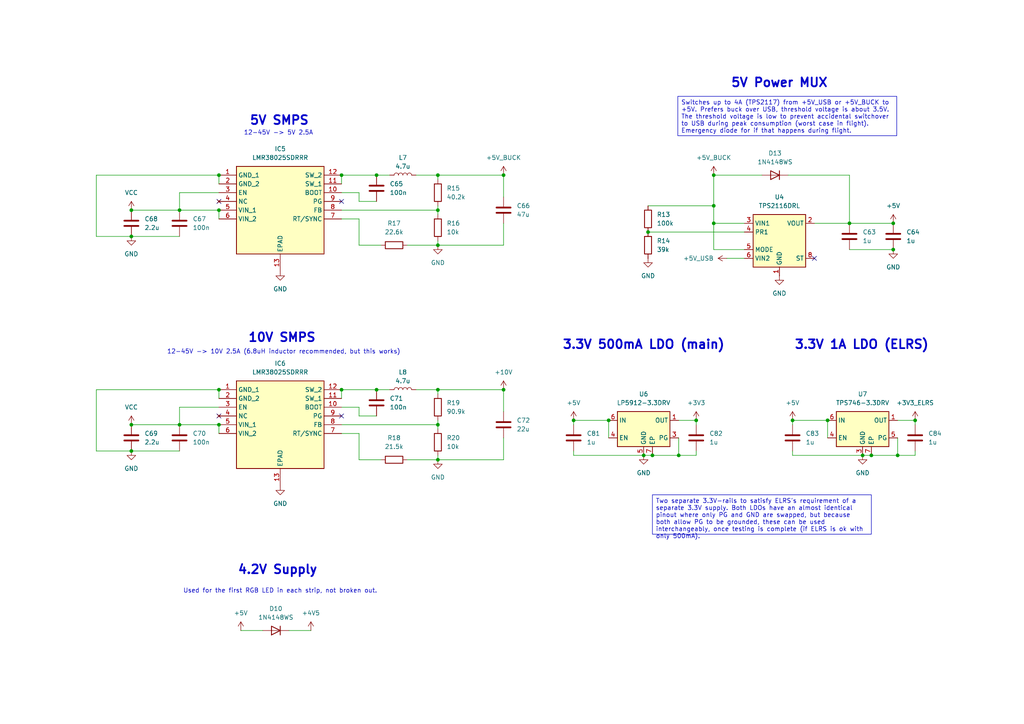
<source format=kicad_sch>
(kicad_sch (version 20231120) (generator "eeschema") (generator_version "8.0")
  (paper "A4")
  (title_block (title "Kolibri FC - DCDC + LDO"))
  (lib_symbols
    (symbol "Device:C" (pin_numbers hide) (pin_names (offset 0.254))
      (property "Reference" "C" (at 0.635 2.54 0))
      (property "Value" "C" (at 0.635 -2.54 0))
      (symbol "C_0_1"
        (polyline (pts (xy -2.032 -0.762) (xy 2.032 -0.762)) (stroke (width 0.508)))
        (polyline (pts (xy -2.032 0.762) (xy 2.032 0.762)) (stroke (width 0.508)))
      )
      (symbol "C_1_1"
        (pin passive line (at 0 3.81 270) (length 2.794) (name "~") (number "1"))
        (pin passive line (at 0 -3.81 90) (length 2.794) (name "~") (number "2"))
      )
    )
    (symbol "Device:L" (pin_numbers hide) (pin_names (offset 1.016) hide)
      (property "Reference" "L" (at -1.27 0 90))
      (property "Value" "L" (at 1.905 0 90))
      (symbol "L_0_1"
        (arc (start 0 -2.54) (mid 0.6323 -1.905) (end 0 -1.27))
        (arc (start 0 -1.27) (mid 0.6323 -0.635) (end 0 0))
        (arc (start 0 0) (mid 0.6323 0.635) (end 0 1.27))
        (arc (start 0 1.27) (mid 0.6323 1.905) (end 0 2.54))
      )
      (symbol "L_1_1"
        (pin passive line (at 0 3.81 270) (length 1.27) (name "1") (number "1"))
        (pin passive line (at 0 -3.81 90) (length 1.27) (name "2") (number "2"))
      )
    )
    (symbol "Device:R" (pin_numbers hide) (pin_names (offset 0))
      (property "Reference" "R" (at 2.032 0 90))
      (property "Value" "R" (at 0 0 90))
      (symbol "R_0_1"
        (rectangle (start -1.016 -2.54) (end 1.016 2.54) (stroke (width 0.254)))
      )
      (symbol "R_1_1"
        (pin passive line (at 0 3.81 270) (length 1.27) (name "~") (number "1"))
        (pin passive line (at 0 -3.81 90) (length 1.27) (name "~") (number "2"))
      )
    )
    (symbol "Diode:1N4148WS" (pin_numbers hide) (pin_names hide)
      (property "Reference" "D" (at 0 2.54 0))
      (property "Value" "1N4148WS" (at 0 -2.54 0))
      (symbol "1N4148WS_0_1"
        (polyline (pts (xy -1.27 1.27) (xy -1.27 -1.27)) (stroke (width 0.254)))
        (polyline (pts (xy 1.27 0) (xy -1.27 0)))
        (polyline (pts (xy 1.27 1.27) (xy 1.27 -1.27) (xy -1.27 0) (xy 1.27 1.27)) (stroke (width 0.254)))
      )
      (symbol "1N4148WS_1_1"
        (pin passive line (at -3.81 0 0) (length 2.54) (name "K") (number "1"))
        (pin passive line (at 3.81 0 180) (length 2.54) (name "A") (number "2"))
      )
    )
    (symbol "LP5912-3.3DRV_1"
      (property "Reference" "U7" (at 0 10.16 0))
      (property "Value" "TPS746-3.3DRV" (at 0 7.62 0))
      (symbol "LP5912-3.3DRV_1_0_1"
        (rectangle (start -7.62 -5.08) (end 7.62 5.08) (stroke (width 0.254)) (fill (type background)))
        (pin power_out line (at 10.16 2.54 180) (length 2.54) (name "OUT") (number "1"))
        (pin no_connect line (at 7.62 0 180) (length 2.54) hide (name "NC") (number "2"))
        (pin input line (at -10.16 -2.54 0) (length 2.54) (name "EN") (number "4"))
        (pin power_in line (at -10.16 2.54 0) (length 2.54) (name "IN") (number "6"))
      )
      (symbol "LP5912-3.3DRV_1_1_1"
        (pin power_in line (at 0 -7.62 90) (length 2.54) (name "GND") (number "3"))
        (pin open_collector line (at 10.16 -2.54 180) (length 2.54) (name "PG") (number "5"))
        (pin passive line (at 2.54 -7.62 90) (length 2.54) (name "EP") (number "7"))
      )
    )
    (symbol "Power_Management:TPS2116DRL"
      (property "Reference" "U" (at -7.874 9.144 0))
      (property "Value" "TPS2116DRL" (at 0.508 -8.89 0))
      (symbol "TPS2116DRL_0_1"
        (rectangle (start -7.62 7.62) (end 7.62 -7.62) (stroke (width 0.254)) (fill (type background)))
      )
      (symbol "TPS2116DRL_1_0"
        (pin power_out line (at 10.16 5.08 180) (length 2.54) hide (name "VOUT") (number "7"))
      )
      (symbol "TPS2116DRL_1_1"
        (pin power_in line (at 0 -10.16 90) (length 2.54) (name "GND") (number "1"))
        (pin power_out line (at 10.16 5.08 180) (length 2.54) (name "VOUT") (number "2"))
        (pin power_in line (at -10.16 5.08 0) (length 2.54) (name "VIN1") (number "3"))
        (pin input line (at -10.16 2.54 0) (length 2.54) (name "PR1") (number "4"))
        (pin input line (at -10.16 -2.54 0) (length 2.54) (name "MODE") (number "5"))
        (pin power_in line (at -10.16 -5.08 0) (length 2.54) (name "VIN2") (number "6"))
        (pin open_collector line (at 10.16 -5.08 180) (length 2.54) (name "ST") (number "8"))
      )
    )
    (symbol "Regulator_Linear:LP5912-3.3DRV"
      (property "Reference" "U" (at -3.81 6.35 0))
      (property "Value" "LP5912-3.3DRV" (at 6.35 6.35 0))
      (symbol "LP5912-3.3DRV_0_1"
        (rectangle (start -7.62 -5.08) (end 7.62 5.08) (stroke (width 0.254)) (fill (type background)))
        (pin power_out line (at 10.16 2.54 180) (length 2.54) (name "OUT") (number "1"))
        (pin no_connect line (at 7.62 0 180) (length 2.54) hide (name "NC") (number "2"))
        (pin input line (at -10.16 -2.54 0) (length 2.54) (name "EN") (number "4"))
        (pin power_in line (at 0 -7.62 90) (length 2.54) (name "GND") (number "5"))
        (pin power_in line (at -10.16 2.54 0) (length 2.54) (name "IN") (number "6"))
      )
      (symbol "LP5912-3.3DRV_1_1"
        (pin open_collector line (at 10.16 -2.54 180) (length 2.54) (name "PG") (number "3"))
        (pin passive line (at 2.54 -7.62 90) (length 2.54) (name "EP") (number "7"))
      )
    )
    (symbol "SamacSys_Parts:LMR38025SDRRR"
      (property "Reference" "IC" (at 31.75 7.62 0))
      (property "Value" "LMR38025SDRRR" (at 31.75 5.08 0))
      (symbol "LMR38025SDRRR_1_1"
        (rectangle (start 5.08 2.54) (end 30.48 -22.86) (stroke (width 0.254)) (fill (type background)))
        (pin passive line (at 0 0 0) (length 5.08) (name "GND_1") (number "1"))
        (pin passive line (at 35.56 -5.08 180) (length 5.08) (name "BOOT") (number "10"))
        (pin passive line (at 35.56 -2.54 180) (length 5.08) (name "SW_1") (number "11"))
        (pin passive line (at 35.56 0 180) (length 5.08) (name "SW_2") (number "12"))
        (pin passive line (at 17.78 -27.94 90) (length 5.08) (name "EPAD") (number "13"))
        (pin passive line (at 0 -2.54 0) (length 5.08) (name "GND_2") (number "2"))
        (pin passive line (at 0 -5.08 0) (length 5.08) (name "EN") (number "3"))
        (pin no_connect line (at 0 -7.62 0) (length 5.08) (name "NC") (number "4"))
        (pin passive line (at 0 -10.16 0) (length 5.08) (name "VIN_1") (number "5"))
        (pin passive line (at 0 -12.7 0) (length 5.08) (name "VIN_2") (number "6"))
        (pin passive line (at 35.56 -12.7 180) (length 5.08) (name "RT/SYNC") (number "7"))
        (pin passive line (at 35.56 -10.16 180) (length 5.08) (name "FB") (number "8"))
        (pin passive line (at 35.56 -7.62 180) (length 5.08) (name "PG") (number "9"))
      )
    )
    (symbol "power:+10V" (power) (pin_numbers hide) (pin_names (offset 0) hide)
      (property "Value" "+10V" (at 0 3.556 0))
      (symbol "+10V_0_1"
        (polyline (pts (xy -0.762 1.27) (xy 0 2.54)))
        (polyline (pts (xy 0 0) (xy 0 2.54)))
        (polyline (pts (xy 0 2.54) (xy 0.762 1.27)))
      )
      (symbol "+10V_1_1"
        (pin power_in line (at 0 0 90) (length 0) (name "~") (number "1"))
      )
    )
    (symbol "power:+3V3" (power) (pin_numbers hide) (pin_names (offset 0) hide)
      (property "Value" "+3V3" (at 0 3.556 0))
      (symbol "+3V3_0_1"
        (polyline (pts (xy -0.762 1.27) (xy 0 2.54)))
        (polyline (pts (xy 0 0) (xy 0 2.54)))
        (polyline (pts (xy 0 2.54) (xy 0.762 1.27)))
      )
      (symbol "+3V3_1_1"
        (pin power_in line (at 0 0 90) (length 0) (name "~") (number "1"))
      )
    )
    (symbol "power:+4V" (power) (pin_numbers hide) (pin_names (offset 0) hide)
      (property "Value" "+4V" (at 0 3.556 0))
      (symbol "+4V_0_1"
        (polyline (pts (xy -0.762 1.27) (xy 0 2.54)))
        (polyline (pts (xy 0 0) (xy 0 2.54)))
        (polyline (pts (xy 0 2.54) (xy 0.762 1.27)))
      )
      (symbol "+4V_1_1"
        (pin power_in line (at 0 0 90) (length 0) (name "~") (number "1"))
      )
    )
    (symbol "power:+5V" (power) (pin_numbers hide) (pin_names (offset 0) hide)
      (property "Value" "+5V" (at 0 3.556 0))
      (symbol "+5V_0_1"
        (polyline (pts (xy -0.762 1.27) (xy 0 2.54)))
        (polyline (pts (xy 0 0) (xy 0 2.54)))
        (polyline (pts (xy 0 2.54) (xy 0.762 1.27)))
      )
      (symbol "+5V_1_1"
        (pin power_in line (at 0 0 90) (length 0) (name "~") (number "1"))
      )
    )
    (symbol "power:GND" (power) (pin_numbers hide) (pin_names (offset 0) hide)
      (property "Value" "GND" (at 0 -3.81 0))
      (symbol "GND_0_1"
        (polyline (pts (xy 0 0) (xy 0 -1.27) (xy 1.27 -1.27) (xy 0 -2.54) (xy -1.27 -1.27) (xy 0 -1.27)))
      )
      (symbol "GND_1_1"
        (pin power_in line (at 0 0 270) (length 0) (name "~") (number "1"))
      )
    )
    (symbol "power:VCC" (power) (pin_numbers hide) (pin_names (offset 0) hide)
      (property "Value" "VCC" (at 0 3.556 0))
      (symbol "VCC_0_1"
        (polyline (pts (xy -0.762 1.27) (xy 0 2.54)))
        (polyline (pts (xy 0 0) (xy 0 2.54)))
        (polyline (pts (xy 0 2.54) (xy 0.762 1.27)))
      )
      (symbol "VCC_1_1"
        (pin power_in line (at 0 0 90) (length 0) (name "~") (number "1"))
      )
    )
  )
  (junction (at 146.05 113.03))
  (junction (at 127 60.96))
  (junction (at 250.19 132.08))
  (junction (at 63.5 123.19))
  (junction (at 127 123.19))
  (junction (at 207.01 50.8))
  (junction (at 201.93 121.92))
  (junction (at 63.5 50.8))
  (junction (at 187.96 67.31))
  (junction (at 109.22 50.8))
  (junction (at 246.38 64.77))
  (junction (at 146.05 50.8))
  (junction (at 52.07 123.19))
  (junction (at 38.1 68.58))
  (junction (at 207.01 64.77))
  (junction (at 52.07 60.96))
  (junction (at 109.22 113.03))
  (junction (at 38.1 60.96))
  (junction (at 176.53 121.92))
  (junction (at 259.08 72.39))
  (junction (at 186.69 132.08))
  (junction (at 260.35 132.08))
  (junction (at 127 71.12))
  (junction (at 252.73 132.08))
  (junction (at 229.87 121.92))
  (junction (at 265.43 121.92))
  (junction (at 127 113.03))
  (junction (at 127 50.8))
  (junction (at 99.06 113.03))
  (junction (at 63.5 60.96))
  (junction (at 207.01 59.69))
  (junction (at 166.37 121.92))
  (junction (at 127 133.35))
  (junction (at 259.08 64.77))
  (junction (at 196.85 132.08))
  (junction (at 240.03 121.92))
  (junction (at 38.1 123.19))
  (junction (at 63.5 113.03))
  (junction (at 38.1 130.81))
  (junction (at 99.06 50.8))
  (junction (at 189.23 132.08))
  (no_connect (at 63.5 120.65))
  (no_connect (at 99.06 58.42))
  (no_connect (at 236.22 74.93))
  (no_connect (at 99.06 120.65))
  (no_connect (at 63.5 58.42))
  (wire (pts (xy 201.93 132.08) (xy 196.85 132.08)))
  (wire (pts (xy 99.06 50.8) (xy 99.06 53.34)))
  (wire (pts (xy 27.94 68.58) (xy 38.1 68.58)))
  (wire (pts (xy 99.06 123.19) (xy 127 123.19)))
  (wire (pts (xy 228.6 50.8) (xy 246.38 50.8)))
  (wire (pts (xy 176.53 121.92) (xy 176.53 127)))
  (wire (pts (xy 127 60.96) (xy 127 59.69)))
  (wire (pts (xy 196.85 121.92) (xy 201.93 121.92)))
  (wire (pts (xy 83.82 182.88) (xy 90.17 182.88)))
  (wire (pts (xy 260.35 132.08) (xy 252.73 132.08)))
  (wire (pts (xy 240.03 121.92) (xy 240.03 127)))
  (wire (pts (xy 127 123.19) (xy 127 121.92)))
  (wire (pts (xy 118.11 133.35) (xy 127 133.35)))
  (wire (pts (xy 265.43 132.08) (xy 260.35 132.08)))
  (wire (pts (xy 265.43 130.81) (xy 265.43 132.08)))
  (wire (pts (xy 63.5 113.03) (xy 63.5 115.57)))
  (wire (pts (xy 104.14 120.65) (xy 104.14 118.11)))
  (wire (pts (xy 127 62.23) (xy 127 60.96)))
  (wire (pts (xy 146.05 50.8) (xy 127 50.8)))
  (wire (pts (xy 146.05 127) (xy 146.05 133.35)))
  (wire (pts (xy 104.14 71.12) (xy 110.49 71.12)))
  (wire (pts (xy 207.01 59.69) (xy 207.01 64.77)))
  (wire (pts (xy 104.14 58.42) (xy 104.14 55.88)))
  (wire (pts (xy 38.1 68.58) (xy 52.07 68.58)))
  (wire (pts (xy 146.05 133.35) (xy 127 133.35)))
  (wire (pts (xy 127 71.12) (xy 127 69.85)))
  (wire (pts (xy 127 124.46) (xy 127 123.19)))
  (wire (pts (xy 104.14 63.5) (xy 104.14 71.12)))
  (wire (pts (xy 215.9 72.39) (xy 207.01 72.39)))
  (wire (pts (xy 27.94 50.8) (xy 27.94 68.58)))
  (wire (pts (xy 187.96 59.69) (xy 207.01 59.69)))
  (wire (pts (xy 229.87 132.08) (xy 250.19 132.08)))
  (wire (pts (xy 38.1 60.96) (xy 52.07 60.96)))
  (wire (pts (xy 27.94 113.03) (xy 27.94 130.81)))
  (wire (pts (xy 99.06 125.73) (xy 104.14 125.73)))
  (wire (pts (xy 166.37 130.81) (xy 166.37 132.08)))
  (wire (pts (xy 146.05 71.12) (xy 127 71.12)))
  (wire (pts (xy 146.05 64.77) (xy 146.05 71.12)))
  (wire (pts (xy 109.22 50.8) (xy 113.03 50.8)))
  (wire (pts (xy 99.06 60.96) (xy 127 60.96)))
  (wire (pts (xy 69.85 182.88) (xy 76.2 182.88)))
  (wire (pts (xy 246.38 64.77) (xy 259.08 64.77)))
  (wire (pts (xy 99.06 113.03) (xy 109.22 113.03)))
  (wire (pts (xy 104.14 125.73) (xy 104.14 133.35)))
  (wire (pts (xy 63.5 50.8) (xy 27.94 50.8)))
  (wire (pts (xy 38.1 123.19) (xy 52.07 123.19)))
  (wire (pts (xy 38.1 130.81) (xy 52.07 130.81)))
  (wire (pts (xy 104.14 58.42) (xy 109.22 58.42)))
  (wire (pts (xy 146.05 113.03) (xy 127 113.03)))
  (wire (pts (xy 236.22 64.77) (xy 246.38 64.77)))
  (wire (pts (xy 201.93 123.19) (xy 201.93 121.92)))
  (wire (pts (xy 104.14 120.65) (xy 109.22 120.65)))
  (wire (pts (xy 186.69 132.08) (xy 189.23 132.08)))
  (wire (pts (xy 104.14 55.88) (xy 99.06 55.88)))
  (wire (pts (xy 63.5 63.5) (xy 63.5 60.96)))
  (wire (pts (xy 246.38 72.39) (xy 259.08 72.39)))
  (wire (pts (xy 63.5 55.88) (xy 52.07 55.88)))
  (wire (pts (xy 207.01 50.8) (xy 220.98 50.8)))
  (wire (pts (xy 127 113.03) (xy 127 114.3)))
  (wire (pts (xy 196.85 132.08) (xy 189.23 132.08)))
  (wire (pts (xy 99.06 50.8) (xy 109.22 50.8)))
  (wire (pts (xy 63.5 113.03) (xy 27.94 113.03)))
  (wire (pts (xy 27.94 130.81) (xy 38.1 130.81)))
  (wire (pts (xy 118.11 71.12) (xy 127 71.12)))
  (wire (pts (xy 166.37 132.08) (xy 186.69 132.08)))
  (wire (pts (xy 207.01 64.77) (xy 207.01 72.39)))
  (wire (pts (xy 207.01 64.77) (xy 215.9 64.77)))
  (wire (pts (xy 52.07 118.11) (xy 52.07 123.19)))
  (wire (pts (xy 265.43 123.19) (xy 265.43 121.92)))
  (wire (pts (xy 229.87 121.92) (xy 240.03 121.92)))
  (wire (pts (xy 146.05 57.15) (xy 146.05 50.8)))
  (wire (pts (xy 260.35 121.92) (xy 265.43 121.92)))
  (wire (pts (xy 229.87 123.19) (xy 229.87 121.92)))
  (wire (pts (xy 52.07 123.19) (xy 63.5 123.19)))
  (wire (pts (xy 52.07 55.88) (xy 52.07 60.96)))
  (wire (pts (xy 260.35 127) (xy 260.35 132.08)))
  (wire (pts (xy 250.19 132.08) (xy 252.73 132.08)))
  (wire (pts (xy 127 50.8) (xy 127 52.07)))
  (wire (pts (xy 63.5 125.73) (xy 63.5 123.19)))
  (wire (pts (xy 196.85 127) (xy 196.85 132.08)))
  (wire (pts (xy 63.5 50.8) (xy 63.5 53.34)))
  (wire (pts (xy 99.06 113.03) (xy 99.06 115.57)))
  (wire (pts (xy 246.38 50.8) (xy 246.38 64.77)))
  (wire (pts (xy 104.14 118.11) (xy 99.06 118.11)))
  (wire (pts (xy 207.01 50.8) (xy 207.01 59.69)))
  (wire (pts (xy 99.06 63.5) (xy 104.14 63.5)))
  (wire (pts (xy 63.5 118.11) (xy 52.07 118.11)))
  (wire (pts (xy 109.22 113.03) (xy 113.03 113.03)))
  (wire (pts (xy 127 50.8) (xy 120.65 50.8)))
  (wire (pts (xy 52.07 60.96) (xy 63.5 60.96)))
  (wire (pts (xy 187.96 67.31) (xy 215.9 67.31)))
  (wire (pts (xy 166.37 121.92) (xy 176.53 121.92)))
  (wire (pts (xy 127 113.03) (xy 120.65 113.03)))
  (wire (pts (xy 146.05 119.38) (xy 146.05 113.03)))
  (wire (pts (xy 210.82 74.93) (xy 215.9 74.93)))
  (wire (pts (xy 201.93 130.81) (xy 201.93 132.08)))
  (wire (pts (xy 127 133.35) (xy 127 132.08)))
  (wire (pts (xy 104.14 133.35) (xy 110.49 133.35)))
  (wire (pts (xy 229.87 130.81) (xy 229.87 132.08)))
  (wire (pts (xy 166.37 123.19) (xy 166.37 121.92)))
  (text_box "Two separate 3.3V-rails to satisfy ELRS's requirement of a separate 3.3V supply. Both LDOs have an almost identical pinout where only PG and GND are swapped, but because both allow PG to be grounded, these can be used interchangeably, once testing is complete (if ELRS is ok with only 500mA)." (at 189.23 143.51 0) (size 63.5 11.43) (effects (font (size 1.27 1.27)) (justify left top)))
  (text_box "Switches up to 4A (TPS2117) from +5V_USB or +5V_BUCK to +5V. Prefers buck over USB, threshold voltage is about 3.5V. The threshold voltage is low to prevent accidental switchover to USB during peak consumption (worst case in flight). Emergency diode for if that happens during flight." (at 196.596 27.94 0) (size 63.5 11.43) (effects (font (size 1.27 1.27)) (justify left top)))
  (text "12-45V -> 10V 2.5A (6.8uH inductor recommended, but this works)" (at 82.296 102.108 0) (effects (font (size 1.27 1.27))))
  (text "3.3V 1A LDO (ELRS)" (at 249.936 100.076 0) (effects (font (size 2.54 2.54) (thickness 0.508) (bold yes))))
  (text "Used for the first RGB LED in each strip, not broken out." (at 81.28 171.45 0) (effects (font (size 1.27 1.27))))
  (text "12-45V -> 5V 2.5A" (at 80.772 38.608 0) (effects (font (size 1.27 1.27))))
  (text "3.3V 500mA LDO (main)" (at 186.69 100.076 0) (effects (font (size 2.54 2.54) (thickness 0.508) (bold yes))))
  (text "4.2V Supply" (at 80.518 165.354 0) (effects (font (size 2.54 2.54) (thickness 0.508) (bold yes))))
  (text "5V SMPS" (at 81.026 35.052 0) (effects (font (size 2.54 2.54) (thickness 0.508) (bold yes))))
  (text "5V Power MUX" (at 226.06 24.13 0) (effects (font (size 2.54 2.54) (thickness 0.508) (bold yes))))
  (text "10V SMPS" (at 81.788 98.044 0) (effects (font (size 2.54 2.54) (thickness 0.508) (bold yes))))
  (symbol (lib_id "Device:C") (at 146.05 123.19 0) (unit 1)
    (property "Reference" "C72" (at 149.86 121.9199 0) (effects (justify left)))
    (property "Value" "22u" (at 149.86 124.4599 0) (effects (justify left)))
    (property "Footprint" "Capacitor_SMD:C_0805_2012Metric" (effects (hide yes)))
    (property "Description" "Unpolarized capacitor" (effects (hide yes)))
  )
  (symbol (lib_id "Device:R") (at 187.96 63.5 0) (unit 1)
    (property "Reference" "R13" (at 190.5 62.2299 0) (effects (justify left)))
    (property "Value" "100k" (at 190.5 64.7699 0) (effects (justify left)))
    (property "Footprint" "Resistor_SMD:R_0402_1005Metric" (effects (hide yes)))
    (property "Description" "Resistor" (effects (hide yes)))
  )
  (symbol (lib_id "SamacSys_Parts:LMR38025SDRRR") (at 63.5 113.03 0) (unit 1)
    (property "Reference" "IC6" (at 81.28 105.41 0))
    (property "Value" "LMR38025SDRRR" (at 81.28 107.95 0))
    (property "Footprint" "SamacSys_Parts:SON50P300X300X80-13N" (effects (hide yes)))
    (property "Datasheet" "https://www.ti.com/lit/ds/symlink/lmr38025.pdf?ts=1711363220060&ref_url=https%253A%252F%252Fwww.ti.com%252Fproduct%252FLMR38025" (effects (hide yes)))
    (property "Description" "Functional Safety-Capable  Documentation available to aid functional safety system design  Configured for rugged industrial applications  4.2V to 80V input voltage range  2.5A continuous output current  Ultra-low 40A operating quiescent current  200kHz to 2.2MHz adjustable switching frequency  Frequency synchronization to external clock  97% maximum duty cycle  Supports start-up events with prebiased output  +/-1.5% reference voltage tolerance over temperature  Precision enable" (effects (hide yes)))
    (property "Height" "0.8" (effects (hide yes)))
    (property "Mouser Part Number" "595-LMR38025SDRRR" (effects (hide yes)))
    (property "Mouser Price/Stock" "https://www.mouser.co.uk/ProductDetail/Texas-Instruments/LMR38025SDRRR?qs=dbcCsuKDzFX4%252BlLpuICnYw%3D%3D" (effects (hide yes)))
    (property "Manufacturer_Name" "Texas Instruments" (effects (hide yes)))
    (property "Manufacturer_Part_Number" "LMR38025SDRRR" (effects (hide yes)))
  )
  (symbol (lib_id "Diode:1N4148WS") (at 80.01 182.88 180) (unit 1)
    (property "Reference" "D10" (at 80.01 176.53 0))
    (property "Value" "1N4148WS" (at 80.01 179.07 0))
    (property "Footprint" "Diode_SMD:D_SOD-323" (effects (hide yes)))
    (property "Datasheet" "https://www.vishay.com/docs/85751/1n4148ws.pdf" (effects (hide yes)))
    (property "Description" "75V 0.15A Fast switching Diode, SOD-323" (effects (hide yes)))
    (property "Sim.Device" "D" (effects (hide yes)))
    (property "Sim.Pins" "1=K 2=A" (effects (hide yes)))
  )
  (symbol (lib_id "Device:C") (at 38.1 127 0) (unit 1)
    (property "Reference" "C69" (at 41.91 125.7299 0) (effects (justify left)))
    (property "Value" "2.2u" (at 41.91 128.2699 0) (effects (justify left)))
    (property "Footprint" "Capacitor_SMD:C_1206_3216Metric" (effects (hide yes)))
    (property "Description" "Unpolarized capacitor" (effects (hide yes)))
  )
  (symbol (lib_id "Device:R") (at 114.3 71.12 90) (unit 1)
    (property "Reference" "R17" (at 114.3 64.77 90))
    (property "Value" "22.6k" (at 114.3 67.31 90))
    (property "Footprint" "Resistor_SMD:R_0402_1005Metric" (effects (hide yes)))
    (property "Description" "Resistor" (effects (hide yes)))
  )
  (symbol (lib_id "Device:R") (at 114.3 133.35 90) (unit 1)
    (property "Reference" "R18" (at 114.3 127 90))
    (property "Value" "21.5k" (at 114.3 129.54 90))
    (property "Footprint" "Resistor_SMD:R_0402_1005Metric" (effects (hide yes)))
    (property "Description" "Resistor" (effects (hide yes)))
  )
  (symbol (lib_id "power:GND") (at 81.28 140.97 0) (unit 1)
    (property "Reference" "#PWR0110" (effects (hide yes)))
    (property "Value" "GND" (at 81.28 146.05 0))
    (property "Description" "Power symbol creates a global label with name \"GND\" , ground" (effects (hide yes)))
  )
  (symbol (lib_id "Device:R") (at 127 118.11 0) (unit 1)
    (property "Reference" "R19" (at 129.54 116.8399 0) (effects (justify left)))
    (property "Value" "90.9k" (at 129.54 119.3799 0) (effects (justify left)))
    (property "Footprint" "Resistor_SMD:R_0402_1005Metric_Pad0.72x0.64mm_HandSolder" (effects (hide yes)))
    (property "Description" "Resistor" (effects (hide yes)))
  )
  (symbol (lib_id "Device:C") (at 146.05 60.96 0) (unit 1)
    (property "Reference" "C66" (at 149.86 59.6899 0) (effects (justify left)))
    (property "Value" "47u" (at 149.86 62.2299 0) (effects (justify left)))
    (property "Footprint" "Capacitor_SMD:C_1206_3216Metric" (effects (hide yes)))
    (property "Description" "Unpolarized capacitor" (effects (hide yes)))
  )
  (symbol (lib_name "LP5912-3.3DRV_1") (lib_id "Regulator_Linear:LP5912-3.3DRV") (at 250.19 124.46 0) (unit 1)
    (property "Reference" "U7" (at 250.19 114.3 0))
    (property "Value" "TPS746-3.3DRV" (at 250.19 116.84 0))
    (property "Footprint" "Package_SON:WSON-6-1EP_2x2mm_P0.65mm_EP1x1.6mm_ThermalVias" (effects (hide yes)))
    (property "Datasheet" "http://www.ti.com/lit/ds/symlink/lp5912.pdf" (effects (hide yes)))
    (property "Description" "500-mA Ultra-Low-Noise Low-IQ LDO, 3.3V, WSON-6" (effects (hide yes)))
  )
  (symbol (lib_id "Device:C") (at 246.38 68.58 180) (unit 1)
    (property "Reference" "C63" (at 250.19 67.3099 0) (effects (justify right)))
    (property "Value" "1u" (at 250.19 69.8499 0) (effects (justify right)))
    (property "Footprint" "Capacitor_SMD:C_0603_1608Metric" (effects (hide yes)))
    (property "Description" "Unpolarized capacitor" (effects (hide yes)))
  )
  (symbol (lib_id "Device:R") (at 127 128.27 0) (unit 1)
    (property "Reference" "R20" (at 129.54 126.9999 0) (effects (justify left)))
    (property "Value" "10k" (at 129.54 129.5399 0) (effects (justify left)))
    (property "Footprint" "Resistor_SMD:R_0402_1005Metric_Pad0.72x0.64mm_HandSolder" (effects (hide yes)))
    (property "Description" "Resistor" (effects (hide yes)))
  )
  (symbol (lib_id "power:+3V3") (at 201.93 121.92 0) (unit 1)
    (property "Reference" "#PWR144" (effects (hide yes)))
    (property "Value" "+3V3" (at 201.93 116.84 0))
    (property "Description" "Power symbol creates a global label with name \"+3V3\"" (effects (hide yes)))
  )
  (symbol (lib_id "power:+5V") (at 229.87 121.92 0) (unit 1)
    (property "Reference" "#PWR145" (effects (hide yes)))
    (property "Value" "+5V" (at 229.87 116.84 0))
    (property "Description" "Power symbol creates a global label with name \"+5V\"" (effects (hide yes)))
  )
  (symbol (lib_id "power:+5V") (at 259.08 64.77 0) (unit 1)
    (property "Reference" "#PWR099" (effects (hide yes)))
    (property "Value" "+5V" (at 259.08 59.69 0))
    (property "Description" "Power symbol creates a global label with name \"+5V\"" (effects (hide yes)))
  )
  (symbol (lib_id "Device:L") (at 116.84 50.8 90) (unit 1)
    (property "Reference" "L7" (at 116.84 45.72 90))
    (property "Value" "4.7u" (at 116.84 48.26 90))
    (property "Footprint" "Inductor_SMD:L_Cenker_CKCS4020" (effects (hide yes)))
    (property "Description" "Inductor" (effects (hide yes)))
  )
  (symbol (lib_id "power:GND") (at 259.08 72.39 0) (unit 1)
    (property "Reference" "#PWR098" (effects (hide yes)))
    (property "Value" "GND" (at 259.08 77.47 0))
    (property "Description" "Power symbol creates a global label with name \"GND\" , ground" (effects (hide yes)))
  )
  (symbol (lib_id "power:+5V") (at 69.85 182.88 0) (unit 1)
    (property "Reference" "#PWR050" (effects (hide yes)))
    (property "Value" "+5V" (at 69.85 177.8 0))
    (property "Description" "Power symbol creates a global label with name \"+5V\"" (effects (hide yes)))
  )
  (symbol (lib_id "power:GND") (at 186.69 132.08 0) (unit 1)
    (property "Reference" "#PWR142" (effects (hide yes)))
    (property "Value" "GND" (at 186.69 137.16 0))
    (property "Description" "Power symbol creates a global label with name \"GND\" , ground" (effects (hide yes)))
  )
  (symbol (lib_id "power:VCC") (at 38.1 123.19 0) (unit 1)
    (property "Reference" "#PWR0108" (effects (hide yes)))
    (property "Value" "VCC" (at 38.1 118.11 0))
    (property "Description" "Power symbol creates a global label with name \"VCC\"" (effects (hide yes)))
  )
  (symbol (lib_id "power:GND") (at 250.19 132.08 0) (unit 1)
    (property "Reference" "#PWR146" (effects (hide yes)))
    (property "Value" "GND" (at 250.19 137.16 0))
    (property "Description" "Power symbol creates a global label with name \"GND\" , ground" (effects (hide yes)))
  )
  (symbol (lib_id "Regulator_Linear:LP5912-3.3DRV") (at 186.69 124.46 0) (unit 1)
    (property "Reference" "U6" (at 186.69 114.3 0))
    (property "Value" "LP5912-3.3DRV" (at 186.69 116.84 0))
    (property "Footprint" "Package_SON:WSON-6-1EP_2x2mm_P0.65mm_EP1x1.6mm_ThermalVias" (effects (hide yes)))
    (property "Datasheet" "http://www.ti.com/lit/ds/symlink/lp5912.pdf" (effects (hide yes)))
    (property "Description" "500-mA Ultra-Low-Noise Low-IQ LDO, 3.3V, WSON-6" (effects (hide yes)))
  )
  (symbol (lib_id "Device:C") (at 229.87 127 0) (unit 1)
    (property "Reference" "C83" (at 233.68 125.7299 0) (effects (justify left)))
    (property "Value" "1u" (at 233.68 128.2699 0) (effects (justify left)))
    (property "Footprint" "Capacitor_SMD:C_0402_1005Metric" (effects (hide yes)))
    (property "Description" "Unpolarized capacitor" (effects (hide yes)))
  )
  (symbol (lib_id "power:GND") (at 127 71.12 0) (unit 1)
    (property "Reference" "#PWR0103" (effects (hide yes)))
    (property "Value" "GND" (at 127 76.2 0))
    (property "Description" "Power symbol creates a global label with name \"GND\" , ground" (effects (hide yes)))
  )
  (symbol (lib_id "Device:C") (at 166.37 127 0) (unit 1)
    (property "Reference" "C81" (at 170.18 125.7299 0) (effects (justify left)))
    (property "Value" "1u" (at 170.18 128.2699 0) (effects (justify left)))
    (property "Footprint" "Capacitor_SMD:C_0402_1005Metric" (effects (hide yes)))
    (property "Description" "Unpolarized capacitor" (effects (hide yes)))
  )
  (symbol (lib_id "Device:C") (at 201.93 127 0) (unit 1)
    (property "Reference" "C82" (at 205.74 125.7299 0) (effects (justify left)))
    (property "Value" "1u" (at 205.74 128.2699 0) (effects (justify left)))
    (property "Footprint" "Capacitor_SMD:C_0402_1005Metric" (effects (hide yes)))
    (property "Description" "Unpolarized capacitor" (effects (hide yes)))
  )
  (symbol (lib_id "Diode:1N4148WS") (at 224.79 50.8 180) (unit 1)
    (property "Reference" "D13" (at 224.79 44.45 0))
    (property "Value" "1N4148WS" (at 224.79 46.99 0))
    (property "Footprint" "Diode_SMD:D_SOD-323" (effects (hide yes)))
    (property "Datasheet" "https://www.vishay.com/docs/85751/1n4148ws.pdf" (effects (hide yes)))
    (property "Description" "75V 0.15A Fast switching Diode, SOD-323" (effects (hide yes)))
    (property "Sim.Device" "D" (effects (hide yes)))
    (property "Sim.Pins" "1=K 2=A" (effects (hide yes)))
  )
  (symbol (lib_id "Device:C") (at 109.22 116.84 180) (unit 1)
    (property "Reference" "C71" (at 113.03 115.5699 0) (effects (justify right)))
    (property "Value" "100n" (at 113.03 118.1099 0) (effects (justify right)))
    (property "Footprint" "Capacitor_SMD:C_0402_1005Metric" (effects (hide yes)))
    (property "Description" "Unpolarized capacitor" (effects (hide yes)))
  )
  (symbol (lib_id "Device:C") (at 265.43 127 0) (unit 1)
    (property "Reference" "C84" (at 269.24 125.7299 0) (effects (justify left)))
    (property "Value" "1u" (at 269.24 128.2699 0) (effects (justify left)))
    (property "Footprint" "Capacitor_SMD:C_0402_1005Metric" (effects (hide yes)))
    (property "Description" "Unpolarized capacitor" (effects (hide yes)))
  )
  (symbol (lib_id "power:+5V") (at 210.82 74.93 90) (unit 1)
    (property "Reference" "#PWR0100" (effects (hide yes)))
    (property "Value" "+5V_USB" (at 207.01 74.9299 90) (effects (justify left)))
    (property "Description" "Power symbol creates a global label with name \"+5V\"" (effects (hide yes)))
  )
  (symbol (lib_id "Device:C") (at 52.07 64.77 0) (unit 1)
    (property "Reference" "C67" (at 55.88 63.4999 0) (effects (justify left)))
    (property "Value" "100n" (at 55.88 66.0399 0) (effects (justify left)))
    (property "Footprint" "Capacitor_SMD:C_0402_1005Metric_Pad0.74x0.62mm_HandSolder" (effects (hide yes)))
    (property "Description" "Unpolarized capacitor" (effects (hide yes)))
  )
  (symbol (lib_id "power:GND") (at 187.96 74.93 0) (unit 1)
    (property "Reference" "#PWR0102" (effects (hide yes)))
    (property "Value" "GND" (at 187.96 80.01 0))
    (property "Description" "Power symbol creates a global label with name \"GND\" , ground" (effects (hide yes)))
  )
  (symbol (lib_id "power:+5V") (at 146.05 50.8 0) (unit 1)
    (property "Reference" "#PWR0105" (effects (hide yes)))
    (property "Value" "+5V_BUCK" (at 146.05 45.72 0))
    (property "Description" "Power symbol creates a global label with name \"+5V\"" (effects (hide yes)))
  )
  (symbol (lib_id "Device:C") (at 109.22 54.61 180) (unit 1)
    (property "Reference" "C65" (at 113.03 53.3399 0) (effects (justify right)))
    (property "Value" "100n" (at 113.03 55.8799 0) (effects (justify right)))
    (property "Footprint" "Capacitor_SMD:C_0402_1005Metric" (effects (hide yes)))
    (property "Description" "Unpolarized capacitor" (effects (hide yes)))
  )
  (symbol (lib_id "Device:C") (at 38.1 64.77 0) (unit 1)
    (property "Reference" "C68" (at 41.91 63.4999 0) (effects (justify left)))
    (property "Value" "2.2u" (at 41.91 66.0399 0) (effects (justify left)))
    (property "Footprint" "Capacitor_SMD:C_1206_3216Metric" (effects (hide yes)))
    (property "Description" "Unpolarized capacitor" (effects (hide yes)))
  )
  (symbol (lib_id "power:GND") (at 81.28 78.74 0) (unit 1)
    (property "Reference" "#PWR0104" (effects (hide yes)))
    (property "Value" "GND" (at 81.28 83.82 0))
    (property "Description" "Power symbol creates a global label with name \"GND\" , ground" (effects (hide yes)))
  )
  (symbol (lib_id "power:GND") (at 38.1 68.58 0) (unit 1)
    (property "Reference" "#PWR0106" (effects (hide yes)))
    (property "Value" "GND" (at 38.1 73.66 0))
    (property "Description" "Power symbol creates a global label with name \"GND\" , ground" (effects (hide yes)))
  )
  (symbol (lib_id "Device:C") (at 259.08 68.58 180) (unit 1)
    (property "Reference" "C64" (at 262.89 67.3099 0) (effects (justify right)))
    (property "Value" "1u" (at 262.89 69.8499 0) (effects (justify right)))
    (property "Footprint" "Capacitor_SMD:C_0603_1608Metric" (effects (hide yes)))
    (property "Description" "Unpolarized capacitor" (effects (hide yes)))
  )
  (symbol (lib_id "power:+3V3") (at 265.43 121.92 0) (unit 1)
    (property "Reference" "#PWR147" (effects (hide yes)))
    (property "Value" "+3V3_ELRS" (at 265.43 116.84 0))
    (property "Description" "Power symbol creates a global label with name \"+3V3\"" (effects (hide yes)))
  )
  (symbol (lib_id "power:GND") (at 127 133.35 0) (unit 1)
    (property "Reference" "#PWR0111" (effects (hide yes)))
    (property "Value" "GND" (at 127 138.43 0))
    (property "Description" "Power symbol creates a global label with name \"GND\" , ground" (effects (hide yes)))
  )
  (symbol (lib_id "power:+4V") (at 90.17 182.88 0) (unit 1)
    (property "Reference" "#PWR049" (effects (hide yes)))
    (property "Value" "+4V5" (at 90.17 177.8 0))
    (property "Description" "Power symbol creates a global label with name \"+4V\"" (effects (hide yes)))
  )
  (symbol (lib_id "Device:C") (at 52.07 127 0) (unit 1)
    (property "Reference" "C70" (at 55.88 125.7299 0) (effects (justify left)))
    (property "Value" "100n" (at 55.88 128.2699 0) (effects (justify left)))
    (property "Footprint" "Capacitor_SMD:C_0402_1005Metric_Pad0.74x0.62mm_HandSolder" (effects (hide yes)))
    (property "Description" "Unpolarized capacitor" (effects (hide yes)))
  )
  (symbol (lib_id "Device:R") (at 127 66.04 0) (unit 1)
    (property "Reference" "R16" (at 129.54 64.7699 0) (effects (justify left)))
    (property "Value" "10k" (at 129.54 67.3099 0) (effects (justify left)))
    (property "Footprint" "Resistor_SMD:R_0402_1005Metric_Pad0.72x0.64mm_HandSolder" (effects (hide yes)))
    (property "Description" "Resistor" (effects (hide yes)))
  )
  (symbol (lib_id "power:+5V") (at 207.01 50.8 0) (unit 1)
    (property "Reference" "#PWR0101" (effects (hide yes)))
    (property "Value" "+5V_BUCK" (at 207.01 45.72 0))
    (property "Description" "Power symbol creates a global label with name \"+5V\"" (effects (hide yes)))
  )
  (symbol (lib_id "power:+10V") (at 146.05 113.03 0) (unit 1)
    (property "Reference" "#PWR0112" (effects (hide yes)))
    (property "Value" "+10V" (at 146.05 107.95 0))
    (property "Description" "Power symbol creates a global label with name \"+10V\"" (effects (hide yes)))
  )
  (symbol (lib_id "Device:R") (at 127 55.88 0) (unit 1)
    (property "Reference" "R15" (at 129.54 54.6099 0) (effects (justify left)))
    (property "Value" "40.2k" (at 129.54 57.1499 0) (effects (justify left)))
    (property "Footprint" "Resistor_SMD:R_0402_1005Metric_Pad0.72x0.64mm_HandSolder" (effects (hide yes)))
    (property "Description" "Resistor" (effects (hide yes)))
  )
  (symbol (lib_id "power:GND") (at 38.1 130.81 0) (unit 1)
    (property "Reference" "#PWR0109" (effects (hide yes)))
    (property "Value" "GND" (at 38.1 135.89 0))
    (property "Description" "Power symbol creates a global label with name \"GND\" , ground" (effects (hide yes)))
  )
  (symbol (lib_id "power:VCC") (at 38.1 60.96 0) (unit 1)
    (property "Reference" "#PWR0107" (effects (hide yes)))
    (property "Value" "VCC" (at 38.1 55.88 0))
    (property "Description" "Power symbol creates a global label with name \"VCC\"" (effects (hide yes)))
  )
  (symbol (lib_id "power:+5V") (at 166.37 121.92 0) (unit 1)
    (property "Reference" "#PWR143" (effects (hide yes)))
    (property "Value" "+5V" (at 166.37 116.84 0))
    (property "Description" "Power symbol creates a global label with name \"+5V\"" (effects (hide yes)))
  )
  (symbol (lib_id "Power_Management:TPS2116DRL") (at 226.06 69.85 0) (unit 1)
    (property "Reference" "U4" (at 226.06 57.15 0))
    (property "Value" "TPS2116DRL" (at 226.06 59.69 0))
    (property "Footprint" "Package_TO_SOT_SMD:SOT-583-8" (effects (hide yes)))
    (property "Datasheet" "https://www.ti.com/lit/ds/symlink/tps2116.pdf" (effects (hide yes)))
    (property "Description" "2 Channnels Power Mux with Manual and Priority Switchover, 1.6-5.5V Input Voltage, 2.5A Output Current, Ron 40 mOhm, SOT-583-8" (effects (hide yes)))
  )
  (symbol (lib_id "SamacSys_Parts:LMR38025SDRRR") (at 63.5 50.8 0) (unit 1)
    (property "Reference" "IC5" (at 81.28 43.18 0))
    (property "Value" "LMR38025SDRRR" (at 81.28 45.72 0))
    (property "Footprint" "SamacSys_Parts:SON50P300X300X80-13N" (effects (hide yes)))
    (property "Datasheet" "https://www.ti.com/lit/ds/symlink/lmr38025.pdf?ts=1711363220060&ref_url=https%253A%252F%252Fwww.ti.com%252Fproduct%252FLMR38025" (effects (hide yes)))
    (property "Description" "Functional Safety-Capable  Documentation available to aid functional safety system design  Configured for rugged industrial applications  4.2V to 80V input voltage range  2.5A continuous output current  Ultra-low 40A operating quiescent current  200kHz to 2.2MHz adjustable switching frequency  Frequency synchronization to external clock  97% maximum duty cycle  Supports start-up events with prebiased output  +/-1.5% reference voltage tolerance over temperature  Precision enable" (effects (hide yes)))
    (property "Height" "0.8" (effects (hide yes)))
    (property "Mouser Part Number" "595-LMR38025SDRRR" (effects (hide yes)))
    (property "Mouser Price/Stock" "https://www.mouser.co.uk/ProductDetail/Texas-Instruments/LMR38025SDRRR?qs=dbcCsuKDzFX4%252BlLpuICnYw%3D%3D" (effects (hide yes)))
    (property "Manufacturer_Name" "Texas Instruments" (effects (hide yes)))
    (property "Manufacturer_Part_Number" "LMR38025SDRRR" (effects (hide yes)))
  )
  (symbol (lib_id "power:GND") (at 226.06 80.01 0) (unit 1)
    (property "Reference" "#PWR097" (effects (hide yes)))
    (property "Value" "GND" (at 226.06 85.09 0))
    (property "Description" "Power symbol creates a global label with name \"GND\" , ground" (effects (hide yes)))
  )
  (symbol (lib_id "Device:L") (at 116.84 113.03 90) (unit 1)
    (property "Reference" "L8" (at 116.84 107.95 90))
    (property "Value" "4.7u" (at 116.84 110.49 90))
    (property "Footprint" "Inductor_SMD:L_Cenker_CKCS4020" (effects (hide yes)))
    (property "Description" "Inductor" (effects (hide yes)))
  )
  (symbol (lib_id "Device:R") (at 187.96 71.12 0) (unit 1)
    (property "Reference" "R14" (at 190.5 69.8499 0) (effects (justify left)))
    (property "Value" "39k" (at 190.5 72.3899 0) (effects (justify left)))
    (property "Footprint" "Resistor_SMD:R_0402_1005Metric" (effects (hide yes)))
    (property "Description" "Resistor" (effects (hide yes)))
  )
)
</source>
